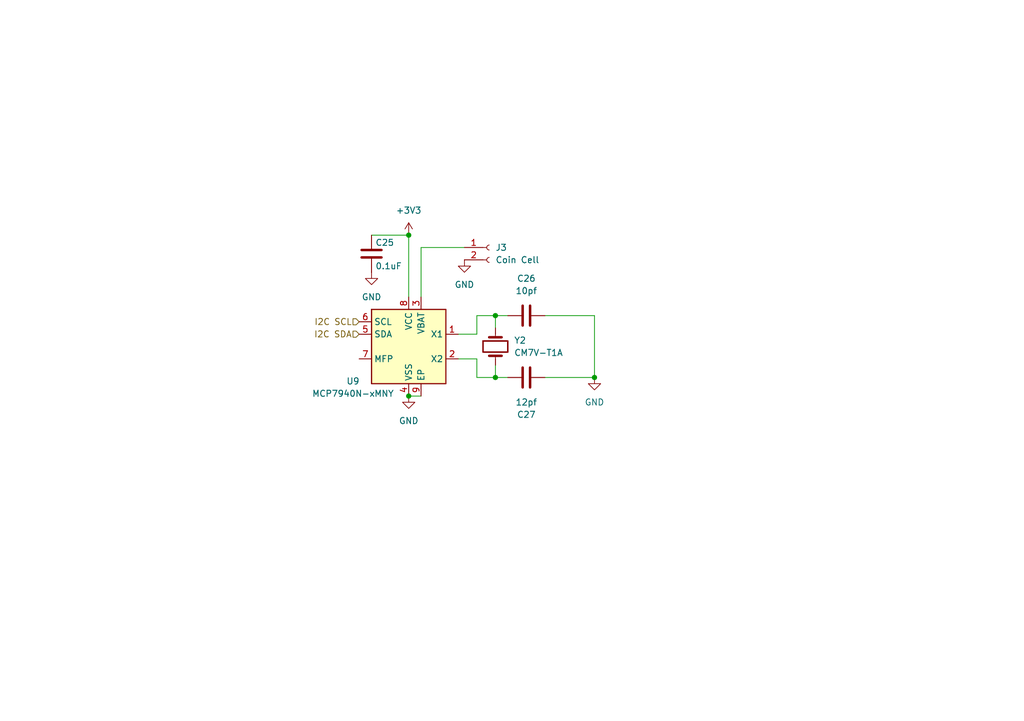
<source format=kicad_sch>
(kicad_sch (version 20231120) (generator "eeschema") (generator_version "8.0")
  (paper "A5")
  (lib_symbols
    (symbol "Connector:Conn_01x02_Socket" (pin_names (offset 1.016) hide)
      (property "Reference" "J" (at 0 2.54 0))
      (property "Value" "Conn_01x02_Socket" (at 0 -5.08 0))
      (symbol "Conn_01x02_Socket_1_1"
        (arc (start 0 -2.032) (mid -0.5058 -2.54) (end 0 -3.048) (stroke (width 0.1524)))
        (polyline (pts (xy -1.27 -2.54) (xy -0.508 -2.54)) (stroke (width 0.1524)))
        (polyline (pts (xy -1.27 0) (xy -0.508 0)) (stroke (width 0.1524)))
        (arc (start 0 0.508) (mid -0.5058 0) (end 0 -0.508) (stroke (width 0.1524)))
        (pin passive line (at -5.08 0 0) (length 3.81) (name "Pin_1") (number "1"))
        (pin passive line (at -5.08 -2.54 0) (length 3.81) (name "Pin_2") (number "2"))
      )
    )
    (symbol "Device:C" (pin_numbers hide) (pin_names (offset 0.254))
      (property "Reference" "C" (at 0.635 2.54 0))
      (property "Value" "C" (at 0.635 -2.54 0))
      (symbol "C_0_1"
        (polyline (pts (xy -2.032 -0.762) (xy 2.032 -0.762)) (stroke (width 0.508)))
        (polyline (pts (xy -2.032 0.762) (xy 2.032 0.762)) (stroke (width 0.508)))
      )
      (symbol "C_1_1"
        (pin passive line (at 0 3.81 270) (length 2.794) (name "~") (number "1"))
        (pin passive line (at 0 -3.81 90) (length 2.794) (name "~") (number "2"))
      )
    )
    (symbol "Device:Crystal" (pin_numbers hide) (pin_names (offset 1.016) hide)
      (property "Reference" "Y" (at 0 3.81 0))
      (property "Value" "Crystal" (at 0 -3.81 0))
      (symbol "Crystal_0_1"
        (rectangle (start -1.143 2.54) (end 1.143 -2.54) (stroke (width 0.3048)))
        (polyline (pts (xy -2.54 0) (xy -1.905 0)))
        (polyline (pts (xy -1.905 -1.27) (xy -1.905 1.27)) (stroke (width 0.508)))
        (polyline (pts (xy 1.905 -1.27) (xy 1.905 1.27)) (stroke (width 0.508)))
        (polyline (pts (xy 2.54 0) (xy 1.905 0)))
      )
      (symbol "Crystal_1_1"
        (pin passive line (at -3.81 0 0) (length 1.27) (name "1") (number "1"))
        (pin passive line (at 3.81 0 180) (length 1.27) (name "2") (number "2"))
      )
    )
    (symbol "Timer_RTC:MCP7940N-xMNY"
      (property "Reference" "U" (at -6.35 8.89 0))
      (property "Value" "MCP7940N-xMNY" (at 11.43 8.89 0))
      (symbol "MCP7940N-xMNY_0_1"
        (rectangle (start -7.62 7.62) (end 7.62 -7.62) (stroke (width 0.254)) (fill (type background)))
      )
      (symbol "MCP7940N-xMNY_1_1"
        (pin input line (at 10.16 2.54 180) (length 2.54) (name "X1") (number "1"))
        (pin output line (at 10.16 -2.54 180) (length 2.54) (name "X2") (number "2"))
        (pin power_in line (at 2.54 10.16 270) (length 2.54) (name "VBAT") (number "3"))
        (pin power_in line (at 0 -10.16 90) (length 2.54) (name "VSS") (number "4"))
        (pin bidirectional line (at -10.16 2.54 0) (length 2.54) (name "SDA") (number "5"))
        (pin input line (at -10.16 5.08 0) (length 2.54) (name "SCL") (number "6"))
        (pin open_collector line (at -10.16 -2.54 0) (length 2.54) (name "MFP") (number "7"))
        (pin power_in line (at 0 10.16 270) (length 2.54) (name "VCC") (number "8"))
        (pin power_in line (at 2.54 -10.16 90) (length 2.54) (name "EP") (number "9"))
      )
    )
    (symbol "power:+3V3" (power) (pin_numbers hide) (pin_names (offset 0) hide)
      (property "Value" "+3V3" (at 0 3.556 0))
      (symbol "+3V3_0_1"
        (polyline (pts (xy -0.762 1.27) (xy 0 2.54)))
        (polyline (pts (xy 0 0) (xy 0 2.54)))
        (polyline (pts (xy 0 2.54) (xy 0.762 1.27)))
      )
      (symbol "+3V3_1_1"
        (pin power_in line (at 0 0 90) (length 0) (name "~") (number "1"))
      )
    )
    (symbol "power:GND" (power) (pin_numbers hide) (pin_names (offset 0) hide)
      (property "Value" "GND" (at 0 -3.81 0))
      (symbol "GND_0_1"
        (polyline (pts (xy 0 0) (xy 0 -1.27) (xy 1.27 -1.27) (xy 0 -2.54) (xy -1.27 -1.27) (xy 0 -1.27)))
      )
      (symbol "GND_1_1"
        (pin power_in line (at 0 0 270) (length 0) (name "~") (number "1"))
      )
    )
  )
  (junction (at 121.92 77.47))
  (junction (at 101.6 77.47))
  (junction (at 83.82 48.26))
  (junction (at 101.6 64.77))
  (junction (at 83.82 81.28))
  (wire (pts (xy 111.76 77.47) (xy 121.92 77.47)))
  (wire (pts (xy 101.6 64.77) (xy 104.14 64.77)))
  (wire (pts (xy 101.6 77.47) (xy 104.14 77.47)))
  (wire (pts (xy 93.98 73.66) (xy 97.79 73.66)))
  (wire (pts (xy 97.79 73.66) (xy 97.79 77.47)))
  (wire (pts (xy 121.92 64.77) (xy 111.76 64.77)))
  (wire (pts (xy 101.6 74.93) (xy 101.6 77.47)))
  (wire (pts (xy 83.82 48.26) (xy 83.82 60.96)))
  (wire (pts (xy 101.6 64.77) (xy 101.6 67.31)))
  (wire (pts (xy 97.79 68.58) (xy 97.79 64.77)))
  (wire (pts (xy 83.82 81.28) (xy 86.36 81.28)))
  (wire (pts (xy 86.36 50.8) (xy 95.25 50.8)))
  (wire (pts (xy 97.79 77.47) (xy 101.6 77.47)))
  (wire (pts (xy 121.92 64.77) (xy 121.92 77.47)))
  (wire (pts (xy 93.98 68.58) (xy 97.79 68.58)))
  (wire (pts (xy 76.2 48.26) (xy 83.82 48.26)))
  (wire (pts (xy 97.79 64.77) (xy 101.6 64.77)))
  (wire (pts (xy 86.36 60.96) (xy 86.36 50.8)))
  (hierarchical_label "I2C SCL" (shape input) (at 73.66 66.04 180))
  (hierarchical_label "I2C SDA" (shape input) (at 73.66 68.58 180))
  (symbol (lib_id "power:GND") (at 121.92 77.47 0) (unit 1)
    (property "Reference" "#PWR072" (effects (hide yes)))
    (property "Value" "GND" (at 121.92 82.55 0))
    (property "Description" "Power symbol creates a global label with name \"GND\" , ground" (effects (hide yes)))
  )
  (symbol (lib_id "Device:C") (at 76.2 52.07 0) (unit 1)
    (property "Reference" "C25" (at 76.962 49.784 0) (effects (justify left)))
    (property "Value" "0.1uF" (at 76.962 54.61 0) (effects (justify left)))
    (property "Footprint" "Capacitor_SMD:C_0402_1005Metric_Pad0.74x0.62mm_HandSolder" (effects (hide yes)))
    (property "Description" "Unpolarized capacitor" (effects (hide yes)))
  )
  (symbol (lib_id "Timer_RTC:MCP7940N-xMNY") (at 83.82 71.12 0) (unit 1)
    (property "Reference" "U9" (at 72.39 78.232 0))
    (property "Value" "MCP7940N-xMNY" (at 72.39 80.772 0))
    (property "Footprint" "Package_DFN_QFN:DFN-8-1EP_3x2mm_P0.5mm_EP1.36x1.46mm" (effects (hide yes)))
    (property "Datasheet" "http://ww1.microchip.com/downloads/en/DeviceDoc/20005010F.pdf" (effects (hide yes)))
    (property "Description" "Real-Time Clock, I2C, Battery Backup, TDFN-8" (effects (hide yes)))
  )
  (symbol (lib_id "power:+3V3") (at 83.82 48.26 0) (unit 1)
    (property "Reference" "#PWR069" (effects (hide yes)))
    (property "Value" "+3V3" (at 83.82 43.18 0))
    (property "Description" "Power symbol creates a global label with name \"+3V3\"" (effects (hide yes)))
  )
  (symbol (lib_id "power:GND") (at 95.25 53.34 0) (unit 1)
    (property "Reference" "#PWR071" (effects (hide yes)))
    (property "Value" "GND" (at 95.25 58.42 0))
    (property "Description" "Power symbol creates a global label with name \"GND\" , ground" (effects (hide yes)))
  )
  (symbol (lib_id "Device:C") (at 107.95 77.47 90) (mirror x) (unit 1)
    (property "Reference" "C27" (at 107.95 85.09 90))
    (property "Value" "12pf" (at 107.95 82.55 90))
    (property "Footprint" "Capacitor_SMD:C_0402_1005Metric_Pad0.74x0.62mm_HandSolder" (effects (hide yes)))
    (property "Description" "Unpolarized capacitor" (effects (hide yes)))
  )
  (symbol (lib_id "power:GND") (at 76.2 55.88 0) (unit 1)
    (property "Reference" "#PWR068" (effects (hide yes)))
    (property "Value" "GND" (at 76.2 60.96 0))
    (property "Description" "Power symbol creates a global label with name \"GND\" , ground" (effects (hide yes)))
  )
  (symbol (lib_id "Device:Crystal") (at 101.6 71.12 270) (unit 1)
    (property "Reference" "Y2" (at 105.41 69.8499 90) (effects (justify left)))
    (property "Value" "CM7V-T1A" (at 105.41 72.3899 90) (effects (justify left)))
    (property "Footprint" "Crystal:Crystal_SMD_MicroCrystal_CC7V-T1A-2Pin_3.2x1.5mm_HandSoldering" (effects (hide yes)))
    (property "Description" "Two pin crystal" (effects (hide yes)))
  )
  (symbol (lib_id "Connector:Conn_01x02_Socket") (at 100.33 50.8 0) (unit 1)
    (property "Reference" "J3" (at 101.6 50.7999 0) (effects (justify left)))
    (property "Value" "Coin Cell" (at 101.6 53.3399 0) (effects (justify left)))
    (property "Footprint" "Connector_JST:JST_ZH_B2B-ZR_1x02_P1.50mm_Vertical" (effects (hide yes)))
    (property "Description" "Generic connector, single row, 01x02, script generated" (effects (hide yes)))
  )
  (symbol (lib_id "power:GND") (at 83.82 81.28 0) (unit 1)
    (property "Reference" "#PWR070" (effects (hide yes)))
    (property "Value" "GND" (at 83.82 86.36 0))
    (property "Description" "Power symbol creates a global label with name \"GND\" , ground" (effects (hide yes)))
  )
  (symbol (lib_id "Device:C") (at 107.95 64.77 90) (unit 1)
    (property "Reference" "C26" (at 107.95 57.15 90))
    (property "Value" "10pf" (at 107.95 59.69 90))
    (property "Footprint" "Capacitor_SMD:C_0402_1005Metric_Pad0.74x0.62mm_HandSolder" (effects (hide yes)))
    (property "Description" "Unpolarized capacitor" (effects (hide yes)))
  )
)
</source>
